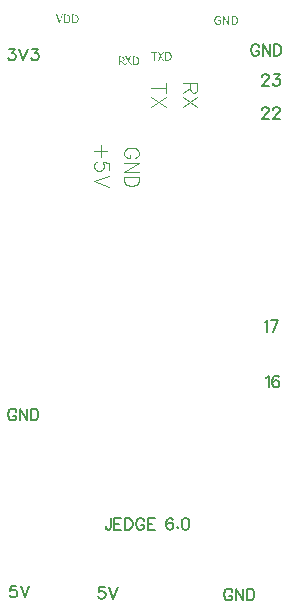
<source format=gto>
G04 Layer: TopSilkscreenLayer*
G04 EasyEDA v6.5.22, 2023-01-02 13:12:36*
G04 47529accbdb14ac4be852964c7da3e5e,963ededa1bec40798c37f3e62625e793,10*
G04 Gerber Generator version 0.2*
G04 Scale: 100 percent, Rotated: No, Reflected: No *
G04 Dimensions in millimeters *
G04 leading zeros omitted , absolute positions ,4 integer and 5 decimal *
%FSLAX45Y45*%
%MOMM*%

%ADD10C,0.2000*%
%ADD11C,0.1016*%

%LPD*%
G36*
X660654Y5027422D02*
G01*
X684530Y4953000D01*
X694182Y4953000D01*
X717804Y5027422D01*
X709422Y5027422D01*
X689610Y4961636D01*
X689356Y4961636D01*
X685495Y4973980D01*
X681990Y4986274D01*
X669544Y5027422D01*
G37*
G36*
X728472Y5027422D02*
G01*
X728472Y5020564D01*
X745998Y5020564D01*
X752297Y5020056D01*
X757783Y5018532D01*
X762355Y5016042D01*
X766114Y5012639D01*
X768959Y5008321D01*
X771042Y5003190D01*
X772261Y4997297D01*
X772668Y4990592D01*
X772261Y4983784D01*
X771042Y4977739D01*
X768959Y4972507D01*
X766114Y4968087D01*
X762355Y4964582D01*
X757783Y4961991D01*
X752297Y4960416D01*
X745998Y4959858D01*
X736854Y4959858D01*
X736854Y5020564D01*
X728472Y5020564D01*
X728472Y4953000D01*
X747014Y4953000D01*
X752449Y4953304D01*
X757428Y4954168D01*
X761898Y4955590D01*
X765962Y4957572D01*
X769518Y4960061D01*
X772617Y4963007D01*
X775258Y4966512D01*
X777443Y4970475D01*
X779119Y4974844D01*
X780338Y4979670D01*
X781050Y4984953D01*
X781304Y4990592D01*
X781050Y4996230D01*
X780338Y5001412D01*
X779119Y5006187D01*
X777443Y5010505D01*
X775258Y5014366D01*
X772617Y5017770D01*
X769467Y5020665D01*
X765860Y5023053D01*
X761796Y5024932D01*
X757275Y5026304D01*
X752246Y5027168D01*
X746760Y5027422D01*
G37*
G36*
X797814Y5027422D02*
G01*
X797814Y5020564D01*
X815340Y5020564D01*
X821690Y5020056D01*
X827176Y5018532D01*
X831799Y5016042D01*
X835558Y5012639D01*
X838504Y5008321D01*
X840587Y5003190D01*
X841857Y4997297D01*
X842264Y4990592D01*
X841857Y4983784D01*
X840587Y4977739D01*
X838504Y4972507D01*
X835558Y4968087D01*
X831799Y4964582D01*
X827176Y4961991D01*
X821690Y4960416D01*
X815340Y4959858D01*
X806196Y4959858D01*
X806196Y5020564D01*
X797814Y5020564D01*
X797814Y4953000D01*
X816356Y4953000D01*
X821791Y4953304D01*
X826769Y4954168D01*
X831291Y4955590D01*
X835355Y4957572D01*
X838962Y4960061D01*
X842111Y4963007D01*
X844753Y4966512D01*
X846988Y4970475D01*
X848664Y4974844D01*
X849934Y4979670D01*
X850646Y4984953D01*
X850900Y4990592D01*
X850646Y4996230D01*
X849934Y5001412D01*
X848664Y5006187D01*
X846937Y5010505D01*
X844753Y5014366D01*
X842060Y5017770D01*
X838911Y5020665D01*
X835304Y5023053D01*
X831189Y5024932D01*
X826617Y5026304D01*
X821588Y5027168D01*
X816102Y5027422D01*
G37*
G36*
X2033524Y5015992D02*
G01*
X2028748Y5015687D01*
X2024227Y5014772D01*
X2020011Y5013299D01*
X2016150Y5011267D01*
X2012594Y5008727D01*
X2009444Y5005628D01*
X2006650Y5002072D01*
X2004364Y4998008D01*
X2002485Y4993487D01*
X2001113Y4988509D01*
X2000300Y4983175D01*
X1999996Y4977384D01*
X2000605Y4968900D01*
X2002434Y4961331D01*
X2005330Y4954778D01*
X2009241Y4949240D01*
X2014067Y4944872D01*
X2019706Y4941671D01*
X2026056Y4939690D01*
X2033016Y4939030D01*
X2040077Y4939639D01*
X2046376Y4941417D01*
X2051659Y4944059D01*
X2055875Y4947412D01*
X2055875Y4978400D01*
X2031746Y4978400D01*
X2031746Y4971288D01*
X2048002Y4971288D01*
X2048002Y4950968D01*
X2045258Y4949088D01*
X2041855Y4947615D01*
X2037943Y4946700D01*
X2033778Y4946396D01*
X2028088Y4946954D01*
X2023110Y4948580D01*
X2018792Y4951272D01*
X2015185Y4954879D01*
X2012391Y4959400D01*
X2010308Y4964734D01*
X2009038Y4970830D01*
X2008632Y4977638D01*
X2009089Y4984445D01*
X2010359Y4990541D01*
X2012492Y4995824D01*
X2015388Y5000294D01*
X2018995Y5003850D01*
X2023313Y5006441D01*
X2028240Y5008067D01*
X2033778Y5008626D01*
X2039162Y5008067D01*
X2043531Y5006492D01*
X2047189Y5004257D01*
X2050288Y5001514D01*
X2054860Y5006848D01*
X2051151Y5010200D01*
X2046478Y5013147D01*
X2040636Y5015230D01*
G37*
G36*
X2073656Y5014722D02*
G01*
X2073656Y4940300D01*
X2081784Y4940300D01*
X2081682Y4986782D01*
X2080768Y5003800D01*
X2081275Y5003800D01*
X2089404Y4988560D01*
X2117344Y4940300D01*
X2125980Y4940300D01*
X2125980Y5014722D01*
X2117852Y5014722D01*
X2117852Y4974336D01*
X2118309Y4962702D01*
X2119122Y4951222D01*
X2118614Y4951222D01*
X2110486Y4966462D01*
X2082292Y5014722D01*
G37*
G36*
X2146808Y5014722D02*
G01*
X2146808Y5007864D01*
X2164334Y5007864D01*
X2170633Y5007356D01*
X2176119Y5005832D01*
X2180691Y5003342D01*
X2184450Y4999939D01*
X2187295Y4995621D01*
X2189378Y4990490D01*
X2190597Y4984597D01*
X2191004Y4977892D01*
X2190597Y4971084D01*
X2189378Y4965039D01*
X2187295Y4959807D01*
X2184450Y4955387D01*
X2180691Y4951882D01*
X2176119Y4949291D01*
X2170633Y4947716D01*
X2164334Y4947158D01*
X2155190Y4947158D01*
X2155190Y5007864D01*
X2146808Y5007864D01*
X2146808Y4940300D01*
X2165350Y4940300D01*
X2170785Y4940604D01*
X2175764Y4941468D01*
X2180234Y4942890D01*
X2184298Y4944872D01*
X2187854Y4947361D01*
X2190953Y4950307D01*
X2193594Y4953812D01*
X2195779Y4957775D01*
X2197455Y4962144D01*
X2198674Y4966970D01*
X2199386Y4972253D01*
X2199640Y4977892D01*
X2199386Y4983530D01*
X2198674Y4988712D01*
X2197455Y4993487D01*
X2195779Y4997805D01*
X2193594Y5001666D01*
X2190953Y5005070D01*
X2187803Y5007965D01*
X2184196Y5010353D01*
X2180132Y5012232D01*
X2175611Y5013604D01*
X2170582Y5014468D01*
X2165096Y5014722D01*
G37*
G36*
X1463802Y4709922D02*
G01*
X1463802Y4702810D01*
X1486408Y4702810D01*
X1486408Y4635500D01*
X1495044Y4635500D01*
X1495044Y4702810D01*
X1517650Y4702810D01*
X1517650Y4709922D01*
G37*
G36*
X1521714Y4709922D02*
G01*
X1542288Y4673854D01*
X1520444Y4635500D01*
X1529080Y4635500D01*
X1546606Y4668266D01*
X1546860Y4668266D01*
X1564894Y4635500D01*
X1574038Y4635500D01*
X1552194Y4673600D01*
X1572768Y4709922D01*
X1563878Y4709922D01*
X1552041Y4687671D01*
X1548130Y4679442D01*
X1547622Y4679442D01*
X1531112Y4709922D01*
G37*
G36*
X1586230Y4709922D02*
G01*
X1586230Y4703064D01*
X1603756Y4703064D01*
X1610106Y4702556D01*
X1615592Y4701032D01*
X1620215Y4698542D01*
X1623974Y4695139D01*
X1626920Y4690821D01*
X1629003Y4685690D01*
X1630273Y4679797D01*
X1630680Y4673092D01*
X1630273Y4666284D01*
X1629003Y4660239D01*
X1626920Y4655007D01*
X1623974Y4650587D01*
X1620215Y4647082D01*
X1615592Y4644491D01*
X1610106Y4642916D01*
X1603756Y4642358D01*
X1594612Y4642358D01*
X1594612Y4703064D01*
X1586230Y4703064D01*
X1586230Y4635500D01*
X1604772Y4635500D01*
X1610207Y4635804D01*
X1615186Y4636668D01*
X1619707Y4638090D01*
X1623771Y4640072D01*
X1627378Y4642561D01*
X1630527Y4645507D01*
X1633169Y4649012D01*
X1635404Y4652975D01*
X1637080Y4657344D01*
X1638350Y4662170D01*
X1639062Y4667453D01*
X1639316Y4673092D01*
X1639062Y4678730D01*
X1638350Y4683912D01*
X1637080Y4688687D01*
X1635353Y4693005D01*
X1633169Y4696866D01*
X1630476Y4700270D01*
X1627327Y4703165D01*
X1623720Y4705553D01*
X1619605Y4707432D01*
X1615033Y4708804D01*
X1610004Y4709668D01*
X1604518Y4709922D01*
G37*
G36*
X1191514Y4671822D02*
G01*
X1191514Y4664964D01*
X1212850Y4664964D01*
X1220774Y4664252D01*
X1226616Y4661916D01*
X1230172Y4657699D01*
X1231392Y4651248D01*
X1230172Y4644644D01*
X1226616Y4640072D01*
X1220774Y4637379D01*
X1212850Y4636516D01*
X1199896Y4636516D01*
X1199896Y4664964D01*
X1191514Y4664964D01*
X1191514Y4597400D01*
X1199896Y4597400D01*
X1199896Y4629404D01*
X1213866Y4629404D01*
X1232408Y4597400D01*
X1241806Y4597400D01*
X1222756Y4630420D01*
X1229868Y4633010D01*
X1235303Y4637328D01*
X1238808Y4643374D01*
X1240028Y4651248D01*
X1239520Y4656531D01*
X1238097Y4660900D01*
X1235862Y4664456D01*
X1232814Y4667250D01*
X1229004Y4669332D01*
X1224584Y4670755D01*
X1219606Y4671568D01*
X1214120Y4671822D01*
G37*
G36*
X1247648Y4671822D02*
G01*
X1267968Y4635754D01*
X1246124Y4597400D01*
X1255014Y4597400D01*
X1272286Y4630166D01*
X1272794Y4630166D01*
X1290574Y4597400D01*
X1299972Y4597400D01*
X1278128Y4635500D01*
X1298448Y4671822D01*
X1289812Y4671822D01*
X1277823Y4649571D01*
X1273810Y4641342D01*
X1273302Y4641342D01*
X1256792Y4671822D01*
G37*
G36*
X1311910Y4671822D02*
G01*
X1311910Y4664964D01*
X1329436Y4664964D01*
X1335836Y4664456D01*
X1341374Y4662932D01*
X1345996Y4660442D01*
X1349756Y4657039D01*
X1352651Y4652721D01*
X1354734Y4647590D01*
X1355953Y4641697D01*
X1356360Y4634992D01*
X1355953Y4628184D01*
X1354734Y4622139D01*
X1352651Y4616907D01*
X1349756Y4612487D01*
X1345996Y4608982D01*
X1341374Y4606391D01*
X1335836Y4604816D01*
X1329436Y4604258D01*
X1320292Y4604258D01*
X1320292Y4664964D01*
X1311910Y4664964D01*
X1311910Y4597400D01*
X1330452Y4597400D01*
X1335887Y4597704D01*
X1340866Y4598568D01*
X1345387Y4599990D01*
X1349451Y4601972D01*
X1353058Y4604461D01*
X1356207Y4607407D01*
X1358849Y4610912D01*
X1361084Y4614875D01*
X1362760Y4619244D01*
X1364030Y4624070D01*
X1364742Y4629353D01*
X1364996Y4634992D01*
X1364742Y4640630D01*
X1364030Y4645812D01*
X1362760Y4650587D01*
X1361033Y4654905D01*
X1358849Y4658766D01*
X1356156Y4662170D01*
X1353007Y4665065D01*
X1349400Y4667453D01*
X1345285Y4669332D01*
X1340713Y4670704D01*
X1335684Y4671568D01*
X1330198Y4671822D01*
G37*
D10*
X2150872Y141731D02*
G01*
X2146554Y150876D01*
X2137409Y159765D01*
X2128265Y164337D01*
X2109977Y164337D01*
X2101088Y159765D01*
X2091943Y150876D01*
X2087372Y141731D01*
X2082800Y128015D01*
X2082800Y105410D01*
X2087372Y91694D01*
X2091943Y82550D01*
X2101088Y73405D01*
X2109977Y68834D01*
X2128265Y68834D01*
X2137409Y73405D01*
X2146554Y82550D01*
X2150872Y91694D01*
X2150872Y105410D01*
X2128265Y105410D02*
G01*
X2150872Y105410D01*
X2181097Y164337D02*
G01*
X2181097Y68834D01*
X2181097Y164337D02*
G01*
X2244597Y68834D01*
X2244597Y164337D02*
G01*
X2244597Y68834D01*
X2274570Y164337D02*
G01*
X2274570Y68834D01*
X2274570Y164337D02*
G01*
X2306320Y164337D01*
X2320036Y159765D01*
X2329179Y150876D01*
X2333752Y141731D01*
X2338324Y128015D01*
X2338324Y105410D01*
X2333752Y91694D01*
X2329179Y82550D01*
X2320036Y73405D01*
X2306320Y68834D01*
X2274570Y68834D01*
X1070610Y177037D02*
G01*
X1025144Y177037D01*
X1020571Y136144D01*
X1025144Y140715D01*
X1038605Y145287D01*
X1052321Y145287D01*
X1066037Y140715D01*
X1075181Y131571D01*
X1079754Y118110D01*
X1079754Y108965D01*
X1075181Y95250D01*
X1066037Y86105D01*
X1052321Y81534D01*
X1038605Y81534D01*
X1025144Y86105D01*
X1020571Y90678D01*
X1016000Y99821D01*
X1109726Y177037D02*
G01*
X1146047Y81534D01*
X1182370Y177037D02*
G01*
X1146047Y81534D01*
X2438405Y1949704D02*
G01*
X2447549Y1954276D01*
X2461011Y1967737D01*
X2461011Y1872234D01*
X2545593Y1954276D02*
G01*
X2541021Y1963165D01*
X2527559Y1967737D01*
X2518415Y1967737D01*
X2504699Y1963165D01*
X2495555Y1949704D01*
X2491237Y1926844D01*
X2491237Y1904237D01*
X2495555Y1885950D01*
X2504699Y1876805D01*
X2518415Y1872234D01*
X2522987Y1872234D01*
X2536703Y1876805D01*
X2545593Y1885950D01*
X2550165Y1899665D01*
X2550165Y1904237D01*
X2545593Y1917700D01*
X2536703Y1926844D01*
X2522987Y1931415D01*
X2518415Y1931415D01*
X2504699Y1926844D01*
X2495555Y1917700D01*
X2491237Y1904237D01*
X2425700Y2419604D02*
G01*
X2434843Y2424176D01*
X2448306Y2437637D01*
X2448306Y2342134D01*
X2542031Y2437637D02*
G01*
X2496565Y2342134D01*
X2478531Y2437637D02*
G01*
X2542031Y2437637D01*
X322071Y1665731D02*
G01*
X317754Y1674876D01*
X308610Y1683765D01*
X299465Y1688337D01*
X281178Y1688337D01*
X272287Y1683765D01*
X263144Y1674876D01*
X258571Y1665731D01*
X254000Y1652015D01*
X254000Y1629410D01*
X258571Y1615694D01*
X263144Y1606550D01*
X272287Y1597405D01*
X281178Y1592834D01*
X299465Y1592834D01*
X308610Y1597405D01*
X317754Y1606550D01*
X322071Y1615694D01*
X322071Y1629410D01*
X299465Y1629410D02*
G01*
X322071Y1629410D01*
X352297Y1688337D02*
G01*
X352297Y1592834D01*
X352297Y1688337D02*
G01*
X415797Y1592834D01*
X415797Y1688337D02*
G01*
X415797Y1592834D01*
X445770Y1688337D02*
G01*
X445770Y1592834D01*
X445770Y1688337D02*
G01*
X477520Y1688337D01*
X491236Y1683765D01*
X500379Y1674876D01*
X504952Y1665731D01*
X509523Y1652015D01*
X509523Y1629410D01*
X504952Y1615694D01*
X500379Y1606550D01*
X491236Y1597405D01*
X477520Y1592834D01*
X445770Y1592834D01*
X321310Y189737D02*
G01*
X275844Y189737D01*
X271271Y148844D01*
X275844Y153415D01*
X289305Y157987D01*
X303021Y157987D01*
X316737Y153415D01*
X325881Y144271D01*
X330454Y130810D01*
X330454Y121665D01*
X325881Y107950D01*
X316737Y98805D01*
X303021Y94234D01*
X289305Y94234D01*
X275844Y98805D01*
X271271Y103378D01*
X266700Y112521D01*
X360426Y189737D02*
G01*
X396747Y94234D01*
X433070Y189737D02*
G01*
X396747Y94234D01*
X263144Y4736337D02*
G01*
X313181Y4736337D01*
X285750Y4700015D01*
X299465Y4700015D01*
X308610Y4695444D01*
X313181Y4690871D01*
X317754Y4677410D01*
X317754Y4668265D01*
X313181Y4654550D01*
X304037Y4645405D01*
X290321Y4640834D01*
X276605Y4640834D01*
X263144Y4645405D01*
X258571Y4649978D01*
X254000Y4659121D01*
X347726Y4736337D02*
G01*
X384047Y4640834D01*
X420370Y4736337D02*
G01*
X384047Y4640834D01*
X459486Y4736337D02*
G01*
X509523Y4736337D01*
X482092Y4700015D01*
X495807Y4700015D01*
X504952Y4695444D01*
X509523Y4690871D01*
X514095Y4677410D01*
X514095Y4668265D01*
X509523Y4654550D01*
X500379Y4645405D01*
X486663Y4640834D01*
X473202Y4640834D01*
X459486Y4645405D01*
X454913Y4649978D01*
X450342Y4659121D01*
X2379472Y4751831D02*
G01*
X2375154Y4760976D01*
X2366009Y4769865D01*
X2356865Y4774437D01*
X2338577Y4774437D01*
X2329688Y4769865D01*
X2320543Y4760976D01*
X2315972Y4751831D01*
X2311400Y4738115D01*
X2311400Y4715510D01*
X2315972Y4701794D01*
X2320543Y4692650D01*
X2329688Y4683505D01*
X2338577Y4678934D01*
X2356865Y4678934D01*
X2366009Y4683505D01*
X2375154Y4692650D01*
X2379472Y4701794D01*
X2379472Y4715510D01*
X2356865Y4715510D02*
G01*
X2379472Y4715510D01*
X2409697Y4774437D02*
G01*
X2409697Y4678934D01*
X2409697Y4774437D02*
G01*
X2473197Y4678934D01*
X2473197Y4774437D02*
G01*
X2473197Y4678934D01*
X2503170Y4774437D02*
G01*
X2503170Y4678934D01*
X2503170Y4774437D02*
G01*
X2534920Y4774437D01*
X2548636Y4769865D01*
X2557779Y4760976D01*
X2562352Y4751831D01*
X2566924Y4738115D01*
X2566924Y4715510D01*
X2562352Y4701794D01*
X2557779Y4692650D01*
X2548636Y4683505D01*
X2534920Y4678934D01*
X2503170Y4678934D01*
D11*
X1088644Y3872229D02*
G01*
X984757Y3872229D01*
X1036828Y3924300D02*
G01*
X1036828Y3820413D01*
X1106170Y3712971D02*
G01*
X1106170Y3770629D01*
X1054100Y3776471D01*
X1059942Y3770629D01*
X1065529Y3753357D01*
X1065529Y3736086D01*
X1059942Y3718813D01*
X1048257Y3707129D01*
X1030986Y3701542D01*
X1019555Y3701542D01*
X1002029Y3707129D01*
X990600Y3718813D01*
X984757Y3736086D01*
X984757Y3753357D01*
X990600Y3770629D01*
X996442Y3776471D01*
X1007871Y3782313D01*
X1106170Y3663442D02*
G01*
X984757Y3617213D01*
X1106170Y3570986D02*
G01*
X984757Y3617213D01*
X1331213Y3812286D02*
G01*
X1342644Y3818128D01*
X1354328Y3829557D01*
X1360170Y3841242D01*
X1360170Y3864355D01*
X1354328Y3875786D01*
X1342644Y3887470D01*
X1331213Y3893057D01*
X1313942Y3898900D01*
X1284986Y3898900D01*
X1267713Y3893057D01*
X1256029Y3887470D01*
X1244600Y3875786D01*
X1238757Y3864355D01*
X1238757Y3841242D01*
X1244600Y3829557D01*
X1256029Y3818128D01*
X1267713Y3812286D01*
X1284986Y3812286D01*
X1284986Y3841242D02*
G01*
X1284986Y3812286D01*
X1360170Y3774186D02*
G01*
X1238757Y3774186D01*
X1360170Y3774186D02*
G01*
X1238757Y3693413D01*
X1360170Y3693413D02*
G01*
X1238757Y3693413D01*
X1360170Y3655313D02*
G01*
X1238757Y3655313D01*
X1360170Y3655313D02*
G01*
X1360170Y3614928D01*
X1354328Y3597655D01*
X1342644Y3585971D01*
X1331213Y3580129D01*
X1313942Y3574542D01*
X1284986Y3574542D01*
X1267713Y3580129D01*
X1256029Y3585971D01*
X1244600Y3597655D01*
X1238757Y3614928D01*
X1238757Y3655313D01*
X1588770Y4404613D02*
G01*
X1467357Y4404613D01*
X1588770Y4445000D02*
G01*
X1588770Y4364228D01*
X1588770Y4326128D02*
G01*
X1467357Y4245355D01*
X1588770Y4245355D02*
G01*
X1467357Y4326128D01*
X1855470Y4445000D02*
G01*
X1734057Y4445000D01*
X1855470Y4445000D02*
G01*
X1855470Y4392929D01*
X1849628Y4375657D01*
X1843786Y4370070D01*
X1832355Y4364228D01*
X1820671Y4364228D01*
X1809242Y4370070D01*
X1803400Y4375657D01*
X1797557Y4392929D01*
X1797557Y4445000D01*
X1797557Y4404613D02*
G01*
X1734057Y4364228D01*
X1855470Y4326128D02*
G01*
X1734057Y4245355D01*
X1855470Y4245355D02*
G01*
X1734057Y4326128D01*
D10*
X1124965Y761237D02*
G01*
X1124965Y688594D01*
X1120394Y674878D01*
X1115821Y670305D01*
X1106678Y665734D01*
X1097787Y665734D01*
X1088644Y670305D01*
X1084071Y674878D01*
X1079500Y688594D01*
X1079500Y697737D01*
X1154937Y761237D02*
G01*
X1154937Y665734D01*
X1154937Y761237D02*
G01*
X1214120Y761237D01*
X1154937Y715771D02*
G01*
X1191260Y715771D01*
X1154937Y665734D02*
G01*
X1214120Y665734D01*
X1244092Y761237D02*
G01*
X1244092Y665734D01*
X1244092Y761237D02*
G01*
X1275842Y761237D01*
X1289557Y756665D01*
X1298702Y747776D01*
X1303020Y738631D01*
X1307592Y724915D01*
X1307592Y702310D01*
X1303020Y688594D01*
X1298702Y679450D01*
X1289557Y670305D01*
X1275842Y665734D01*
X1244092Y665734D01*
X1405889Y738631D02*
G01*
X1401318Y747776D01*
X1392173Y756665D01*
X1383029Y761237D01*
X1364995Y761237D01*
X1355852Y756665D01*
X1346707Y747776D01*
X1342136Y738631D01*
X1337563Y724915D01*
X1337563Y702310D01*
X1342136Y688594D01*
X1346707Y679450D01*
X1355852Y670305D01*
X1364995Y665734D01*
X1383029Y665734D01*
X1392173Y670305D01*
X1401318Y679450D01*
X1405889Y688594D01*
X1405889Y702310D01*
X1383029Y702310D02*
G01*
X1405889Y702310D01*
X1435862Y761237D02*
G01*
X1435862Y665734D01*
X1435862Y761237D02*
G01*
X1495044Y761237D01*
X1435862Y715771D02*
G01*
X1472184Y715771D01*
X1435862Y665734D02*
G01*
X1495044Y665734D01*
X1649476Y747776D02*
G01*
X1644904Y756665D01*
X1631442Y761237D01*
X1622297Y761237D01*
X1608581Y756665D01*
X1599437Y743204D01*
X1594865Y720344D01*
X1594865Y697737D01*
X1599437Y679450D01*
X1608581Y670305D01*
X1622297Y665734D01*
X1626870Y665734D01*
X1640331Y670305D01*
X1649476Y679450D01*
X1654047Y693165D01*
X1654047Y697737D01*
X1649476Y711200D01*
X1640331Y720344D01*
X1626870Y724915D01*
X1622297Y724915D01*
X1608581Y720344D01*
X1599437Y711200D01*
X1594865Y697737D01*
X1688592Y688594D02*
G01*
X1684020Y684021D01*
X1688592Y679450D01*
X1693163Y684021D01*
X1688592Y688594D01*
X1750313Y761237D02*
G01*
X1736852Y756665D01*
X1727707Y743204D01*
X1723136Y720344D01*
X1723136Y706881D01*
X1727707Y684021D01*
X1736852Y670305D01*
X1750313Y665734D01*
X1759457Y665734D01*
X1773173Y670305D01*
X1782318Y684021D01*
X1786889Y706881D01*
X1786889Y720344D01*
X1782318Y743204D01*
X1773173Y756665D01*
X1759457Y761237D01*
X1750313Y761237D01*
X2404874Y4497831D02*
G01*
X2404874Y4502404D01*
X2409446Y4511294D01*
X2414018Y4515865D01*
X2422908Y4520437D01*
X2441196Y4520437D01*
X2450340Y4515865D01*
X2454912Y4511294D01*
X2459484Y4502404D01*
X2459484Y4493260D01*
X2454912Y4484115D01*
X2445768Y4470400D01*
X2400302Y4424934D01*
X2464056Y4424934D01*
X2502918Y4520437D02*
G01*
X2552956Y4520437D01*
X2525778Y4484115D01*
X2539494Y4484115D01*
X2548384Y4479544D01*
X2552956Y4474971D01*
X2557528Y4461510D01*
X2557528Y4452365D01*
X2552956Y4438650D01*
X2543812Y4429505D01*
X2530350Y4424934D01*
X2516634Y4424934D01*
X2502918Y4429505D01*
X2498600Y4434078D01*
X2494028Y4443221D01*
X2404874Y4218431D02*
G01*
X2404874Y4223004D01*
X2409446Y4231894D01*
X2414018Y4236465D01*
X2422908Y4241037D01*
X2441196Y4241037D01*
X2450340Y4236465D01*
X2454912Y4231894D01*
X2459484Y4223004D01*
X2459484Y4213860D01*
X2454912Y4204715D01*
X2445768Y4191000D01*
X2400302Y4145534D01*
X2464056Y4145534D01*
X2498600Y4218431D02*
G01*
X2498600Y4223004D01*
X2502918Y4231894D01*
X2507490Y4236465D01*
X2516634Y4241037D01*
X2534922Y4241037D01*
X2543812Y4236465D01*
X2548384Y4231894D01*
X2552956Y4223004D01*
X2552956Y4213860D01*
X2548384Y4204715D01*
X2539494Y4191000D01*
X2494028Y4145534D01*
X2557528Y4145534D01*
M02*

</source>
